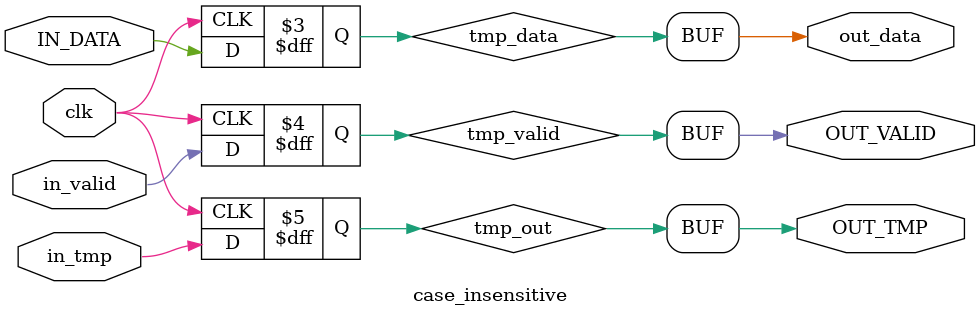
<source format=v>

module case_insensitive (
      input    clk,
      input    IN_DATA,
      input    in_valid,
      input    in_tmp,
      output   out_data,
      output   OUT_VALID,
      output   OUT_TMP
);

reg tmp_data;
reg tmp_valid;
reg tmp_out;

initial begin
   tmp_data    = 1'b0;
   tmp_valid   = 1'b0;
   tmp_out     = 1'b0;
end

always @(posedge clk) begin
   tmp_data  <= IN_DATA;
   tmp_valid <= in_valid;
   tmp_out   <= in_tmp;
end

assign out_data   = tmp_data;
assign OUT_VALID  = tmp_valid;
assign OUT_TMP    = tmp_out;

endmodule

</source>
